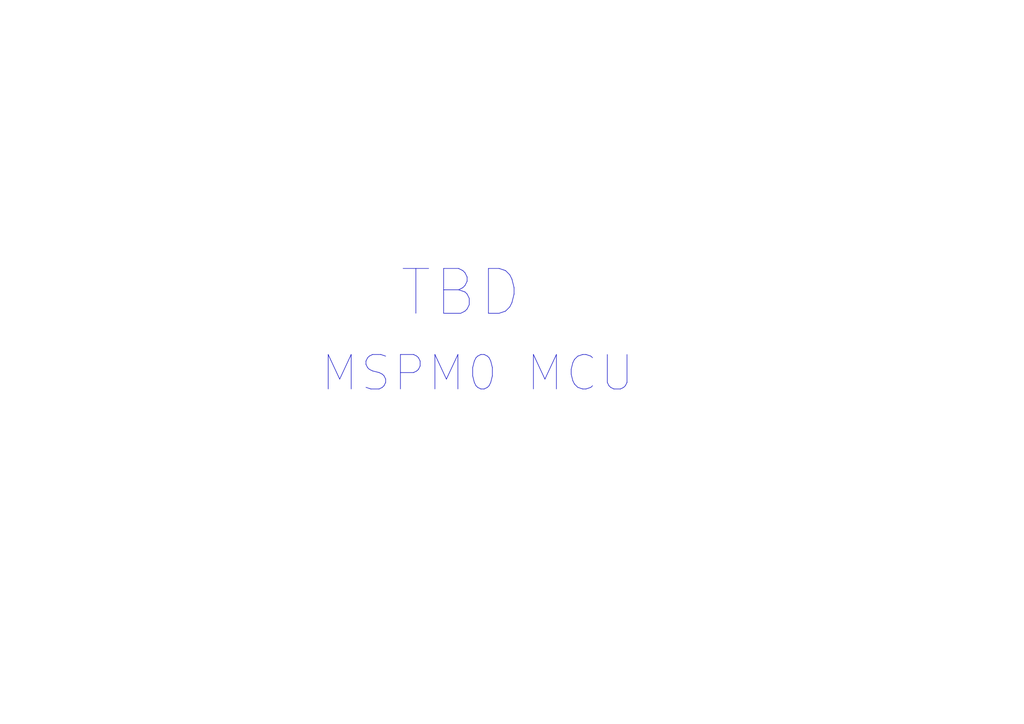
<source format=kicad_sch>
(kicad_sch (version 20230121) (generator eeschema)
  (paper "A4")
  (lib_symbols)
  (text "TBD" (at 115.57 92.71 0) (effects (font (size 13 13)) (justify left bottom)))
  (text "MSPM0 MCU" (at 92.71 114.3 0) (effects (font (size 10 10)) (justify left bottom)))
)
</source>
